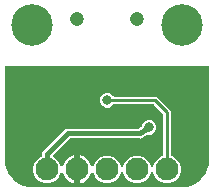
<source format=gbr>
G04 EAGLE Gerber RS-274X export*
G75*
%MOMM*%
%FSLAX34Y34*%
%LPD*%
%INBottom Copper*%
%IPPOS*%
%AMOC8*
5,1,8,0,0,1.08239X$1,22.5*%
G01*
%ADD10C,3.516000*%
%ADD11C,1.930400*%
%ADD12C,1.206400*%
%ADD13C,0.406400*%
%ADD14C,0.800100*%
%ADD15C,0.806400*%
%ADD16C,0.254000*%

G36*
X152422Y2543D02*
X152422Y2543D01*
X152500Y2545D01*
X155877Y2810D01*
X155945Y2824D01*
X156014Y2829D01*
X156170Y2869D01*
X162594Y4956D01*
X162701Y5006D01*
X162812Y5050D01*
X162863Y5083D01*
X162882Y5091D01*
X162897Y5104D01*
X162948Y5136D01*
X168412Y9107D01*
X168499Y9188D01*
X168546Y9227D01*
X168552Y9231D01*
X168553Y9232D01*
X168591Y9264D01*
X168629Y9310D01*
X168644Y9324D01*
X168655Y9342D01*
X168693Y9388D01*
X172664Y14852D01*
X172721Y14956D01*
X172785Y15056D01*
X172807Y15113D01*
X172817Y15131D01*
X172822Y15151D01*
X172844Y15206D01*
X174931Y21630D01*
X174944Y21698D01*
X174967Y21764D01*
X174990Y21923D01*
X175255Y25300D01*
X175255Y25304D01*
X175256Y25307D01*
X175255Y25326D01*
X175259Y25400D01*
X175259Y104140D01*
X175244Y104258D01*
X175237Y104377D01*
X175224Y104415D01*
X175219Y104456D01*
X175176Y104566D01*
X175139Y104679D01*
X175117Y104714D01*
X175102Y104751D01*
X175033Y104847D01*
X174969Y104948D01*
X174939Y104976D01*
X174916Y105009D01*
X174824Y105085D01*
X174737Y105166D01*
X174702Y105186D01*
X174671Y105211D01*
X174563Y105262D01*
X174459Y105320D01*
X174419Y105330D01*
X174383Y105347D01*
X174266Y105369D01*
X174151Y105399D01*
X174091Y105403D01*
X174071Y105407D01*
X174050Y105405D01*
X173990Y105409D01*
X3810Y105409D01*
X3692Y105394D01*
X3573Y105387D01*
X3535Y105374D01*
X3494Y105369D01*
X3384Y105326D01*
X3271Y105289D01*
X3236Y105267D01*
X3199Y105252D01*
X3103Y105183D01*
X3002Y105119D01*
X2974Y105089D01*
X2941Y105066D01*
X2865Y104974D01*
X2784Y104887D01*
X2764Y104852D01*
X2739Y104821D01*
X2688Y104713D01*
X2630Y104609D01*
X2620Y104569D01*
X2603Y104533D01*
X2581Y104416D01*
X2551Y104301D01*
X2547Y104241D01*
X2543Y104221D01*
X2545Y104200D01*
X2541Y104140D01*
X2541Y25400D01*
X2543Y25378D01*
X2545Y25300D01*
X2810Y21923D01*
X2824Y21855D01*
X2829Y21786D01*
X2869Y21630D01*
X4956Y15206D01*
X5006Y15099D01*
X5050Y14988D01*
X5083Y14937D01*
X5091Y14918D01*
X5104Y14903D01*
X5136Y14852D01*
X9107Y9388D01*
X9127Y9366D01*
X9138Y9348D01*
X9184Y9305D01*
X9188Y9301D01*
X9264Y9209D01*
X9310Y9171D01*
X9324Y9156D01*
X9342Y9145D01*
X9388Y9107D01*
X14596Y5322D01*
X14852Y5136D01*
X14956Y5079D01*
X15056Y5015D01*
X15113Y4993D01*
X15131Y4983D01*
X15151Y4978D01*
X15206Y4956D01*
X21630Y2869D01*
X21698Y2856D01*
X21764Y2833D01*
X21923Y2810D01*
X25300Y2545D01*
X25322Y2546D01*
X25400Y2541D01*
X152400Y2541D01*
X152422Y2543D01*
G37*
%LPC*%
G36*
X65999Y16550D02*
X65999Y16550D01*
X65984Y16668D01*
X65977Y16787D01*
X65964Y16825D01*
X65959Y16865D01*
X65916Y16976D01*
X65879Y17089D01*
X65857Y17123D01*
X65842Y17161D01*
X65773Y17257D01*
X65709Y17358D01*
X65679Y17386D01*
X65656Y17418D01*
X65564Y17494D01*
X65477Y17576D01*
X65442Y17595D01*
X65411Y17621D01*
X65303Y17672D01*
X65199Y17729D01*
X65159Y17739D01*
X65123Y17757D01*
X65016Y17777D01*
X65046Y17781D01*
X65156Y17825D01*
X65269Y17861D01*
X65304Y17883D01*
X65341Y17898D01*
X65437Y17968D01*
X65538Y18031D01*
X65566Y18061D01*
X65599Y18085D01*
X65675Y18176D01*
X65756Y18263D01*
X65776Y18298D01*
X65801Y18330D01*
X65852Y18437D01*
X65910Y18542D01*
X65920Y18581D01*
X65937Y18617D01*
X65959Y18734D01*
X65989Y18850D01*
X65993Y18910D01*
X65997Y18930D01*
X65995Y18950D01*
X65996Y18956D01*
X65997Y18960D01*
X65996Y18965D01*
X65999Y19010D01*
X65999Y29729D01*
X66355Y29673D01*
X68180Y29079D01*
X69890Y28208D01*
X71443Y27080D01*
X72800Y25723D01*
X73928Y24170D01*
X74799Y22460D01*
X75227Y21144D01*
X75240Y21117D01*
X75247Y21088D01*
X75270Y21044D01*
X75271Y21040D01*
X75276Y21033D01*
X75308Y20973D01*
X75363Y20856D01*
X75382Y20833D01*
X75396Y20806D01*
X75483Y20710D01*
X75565Y20611D01*
X75590Y20593D01*
X75610Y20571D01*
X75718Y20500D01*
X75823Y20424D01*
X75850Y20413D01*
X75875Y20396D01*
X75998Y20354D01*
X76118Y20307D01*
X76148Y20303D01*
X76176Y20293D01*
X76305Y20283D01*
X76434Y20267D01*
X76463Y20270D01*
X76493Y20268D01*
X76621Y20290D01*
X76749Y20306D01*
X76777Y20317D01*
X76806Y20322D01*
X76925Y20375D01*
X77045Y20423D01*
X77069Y20441D01*
X77096Y20453D01*
X77198Y20534D01*
X77302Y20610D01*
X77321Y20633D01*
X77345Y20651D01*
X77423Y20755D01*
X77505Y20855D01*
X77518Y20882D01*
X77536Y20906D01*
X77607Y21050D01*
X78994Y24399D01*
X82281Y27686D01*
X86576Y29465D01*
X91224Y29465D01*
X95519Y27686D01*
X98806Y24399D01*
X100427Y20484D01*
X100496Y20364D01*
X100561Y20240D01*
X100575Y20226D01*
X100585Y20208D01*
X100682Y20108D01*
X100775Y20005D01*
X100792Y19994D01*
X100806Y19979D01*
X100924Y19907D01*
X101041Y19830D01*
X101060Y19824D01*
X101077Y19813D01*
X101210Y19772D01*
X101342Y19727D01*
X101362Y19726D01*
X101381Y19720D01*
X101520Y19713D01*
X101659Y19702D01*
X101679Y19705D01*
X101699Y19704D01*
X101835Y19733D01*
X101972Y19756D01*
X101990Y19765D01*
X102010Y19769D01*
X102136Y19830D01*
X102262Y19887D01*
X102278Y19900D01*
X102296Y19908D01*
X102402Y19999D01*
X102510Y20086D01*
X102523Y20102D01*
X102538Y20115D01*
X102618Y20229D01*
X102702Y20340D01*
X102714Y20365D01*
X102721Y20375D01*
X102728Y20394D01*
X102773Y20484D01*
X104394Y24399D01*
X107681Y27686D01*
X111976Y29465D01*
X116624Y29465D01*
X120919Y27686D01*
X124206Y24399D01*
X125827Y20484D01*
X125896Y20364D01*
X125961Y20240D01*
X125975Y20226D01*
X125985Y20208D01*
X126082Y20108D01*
X126175Y20005D01*
X126192Y19994D01*
X126206Y19979D01*
X126324Y19907D01*
X126441Y19830D01*
X126460Y19824D01*
X126477Y19813D01*
X126610Y19772D01*
X126742Y19727D01*
X126762Y19726D01*
X126781Y19720D01*
X126920Y19713D01*
X127059Y19702D01*
X127079Y19705D01*
X127099Y19704D01*
X127235Y19733D01*
X127372Y19756D01*
X127390Y19765D01*
X127410Y19769D01*
X127536Y19830D01*
X127662Y19887D01*
X127678Y19900D01*
X127696Y19908D01*
X127802Y19999D01*
X127910Y20086D01*
X127923Y20102D01*
X127938Y20115D01*
X128018Y20229D01*
X128102Y20340D01*
X128114Y20365D01*
X128121Y20375D01*
X128128Y20394D01*
X128173Y20484D01*
X129794Y24399D01*
X133081Y27686D01*
X135614Y28735D01*
X135639Y28750D01*
X135667Y28759D01*
X135777Y28828D01*
X135890Y28892D01*
X135911Y28913D01*
X135936Y28929D01*
X136025Y29023D01*
X136118Y29114D01*
X136134Y29139D01*
X136154Y29160D01*
X136217Y29274D01*
X136285Y29385D01*
X136293Y29413D01*
X136308Y29439D01*
X136340Y29565D01*
X136378Y29689D01*
X136380Y29718D01*
X136387Y29747D01*
X136397Y29908D01*
X136397Y64146D01*
X136385Y64244D01*
X136382Y64343D01*
X136365Y64402D01*
X136357Y64462D01*
X136321Y64554D01*
X136293Y64649D01*
X136263Y64701D01*
X136240Y64757D01*
X136182Y64837D01*
X136132Y64923D01*
X136066Y64998D01*
X136054Y65015D01*
X136044Y65023D01*
X136026Y65044D01*
X128544Y72526D01*
X128465Y72586D01*
X128393Y72654D01*
X128340Y72683D01*
X128292Y72720D01*
X128201Y72760D01*
X128115Y72808D01*
X128056Y72823D01*
X128001Y72847D01*
X127903Y72862D01*
X127807Y72887D01*
X127707Y72893D01*
X127686Y72897D01*
X127674Y72895D01*
X127646Y72897D01*
X94700Y72897D01*
X94602Y72885D01*
X94503Y72882D01*
X94444Y72865D01*
X94384Y72857D01*
X94292Y72821D01*
X94197Y72793D01*
X94145Y72763D01*
X94089Y72740D01*
X94009Y72682D01*
X93923Y72632D01*
X93848Y72566D01*
X93831Y72554D01*
X93824Y72544D01*
X93802Y72526D01*
X92335Y71059D01*
X90106Y70135D01*
X87694Y70135D01*
X85465Y71059D01*
X83759Y72765D01*
X82835Y74994D01*
X82835Y77406D01*
X83759Y79635D01*
X85465Y81341D01*
X87694Y82265D01*
X90106Y82265D01*
X92335Y81341D01*
X93802Y79874D01*
X93881Y79814D01*
X93953Y79746D01*
X94006Y79717D01*
X94054Y79680D01*
X94145Y79640D01*
X94231Y79592D01*
X94290Y79577D01*
X94345Y79553D01*
X94443Y79538D01*
X94539Y79513D01*
X94639Y79507D01*
X94660Y79503D01*
X94672Y79505D01*
X94700Y79503D01*
X130908Y79503D01*
X143003Y67408D01*
X143003Y29908D01*
X143006Y29878D01*
X143004Y29849D01*
X143026Y29721D01*
X143043Y29592D01*
X143053Y29565D01*
X143058Y29535D01*
X143112Y29417D01*
X143160Y29296D01*
X143177Y29272D01*
X143189Y29245D01*
X143270Y29144D01*
X143346Y29039D01*
X143369Y29020D01*
X143388Y28997D01*
X143491Y28919D01*
X143591Y28836D01*
X143618Y28824D01*
X143642Y28806D01*
X143786Y28735D01*
X146319Y27686D01*
X149606Y24399D01*
X151385Y20104D01*
X151385Y15456D01*
X149606Y11161D01*
X146319Y7874D01*
X142024Y6095D01*
X137376Y6095D01*
X133081Y7874D01*
X129794Y11161D01*
X128173Y15076D01*
X128104Y15197D01*
X128039Y15320D01*
X128025Y15335D01*
X128015Y15352D01*
X127918Y15452D01*
X127825Y15555D01*
X127808Y15566D01*
X127794Y15581D01*
X127675Y15653D01*
X127559Y15730D01*
X127540Y15736D01*
X127523Y15747D01*
X127390Y15788D01*
X127258Y15833D01*
X127238Y15834D01*
X127219Y15840D01*
X127080Y15847D01*
X126941Y15858D01*
X126921Y15855D01*
X126901Y15856D01*
X126765Y15827D01*
X126628Y15804D01*
X126609Y15795D01*
X126590Y15791D01*
X126464Y15730D01*
X126338Y15673D01*
X126322Y15660D01*
X126304Y15652D01*
X126198Y15561D01*
X126090Y15474D01*
X126077Y15458D01*
X126062Y15445D01*
X125982Y15331D01*
X125898Y15220D01*
X125886Y15195D01*
X125879Y15185D01*
X125872Y15166D01*
X125827Y15076D01*
X124206Y11161D01*
X120919Y7874D01*
X116624Y6095D01*
X111976Y6095D01*
X107681Y7874D01*
X104394Y11161D01*
X102773Y15076D01*
X102704Y15197D01*
X102639Y15320D01*
X102625Y15335D01*
X102615Y15352D01*
X102518Y15452D01*
X102425Y15555D01*
X102408Y15566D01*
X102394Y15581D01*
X102275Y15653D01*
X102159Y15730D01*
X102140Y15736D01*
X102123Y15747D01*
X101990Y15788D01*
X101858Y15833D01*
X101838Y15834D01*
X101819Y15840D01*
X101680Y15847D01*
X101541Y15858D01*
X101521Y15855D01*
X101501Y15856D01*
X101365Y15827D01*
X101228Y15804D01*
X101209Y15795D01*
X101190Y15791D01*
X101064Y15730D01*
X100938Y15673D01*
X100922Y15660D01*
X100904Y15652D01*
X100798Y15561D01*
X100690Y15474D01*
X100677Y15458D01*
X100662Y15445D01*
X100582Y15331D01*
X100498Y15220D01*
X100486Y15195D01*
X100479Y15185D01*
X100472Y15166D01*
X100427Y15076D01*
X98806Y11161D01*
X95519Y7874D01*
X91224Y6095D01*
X86576Y6095D01*
X82281Y7874D01*
X78994Y11161D01*
X77607Y14510D01*
X77592Y14536D01*
X77583Y14564D01*
X77514Y14674D01*
X77450Y14786D01*
X77429Y14808D01*
X77413Y14833D01*
X77318Y14922D01*
X77228Y15015D01*
X77203Y15030D01*
X77181Y15051D01*
X77067Y15113D01*
X76957Y15181D01*
X76929Y15190D01*
X76902Y15204D01*
X76777Y15236D01*
X76653Y15274D01*
X76623Y15276D01*
X76594Y15283D01*
X76465Y15283D01*
X76336Y15290D01*
X76306Y15284D01*
X76276Y15284D01*
X76151Y15251D01*
X76024Y15225D01*
X75997Y15212D01*
X75968Y15205D01*
X75855Y15143D01*
X75738Y15086D01*
X75716Y15066D01*
X75689Y15052D01*
X75595Y14963D01*
X75496Y14879D01*
X75479Y14855D01*
X75457Y14834D01*
X75388Y14725D01*
X75313Y14619D01*
X75303Y14591D01*
X75287Y14566D01*
X75227Y14416D01*
X74799Y13100D01*
X73928Y11390D01*
X72800Y9837D01*
X71443Y8480D01*
X69890Y7352D01*
X68180Y6481D01*
X66355Y5887D01*
X65999Y5831D01*
X65999Y16550D01*
G37*
%LPD*%
%LPC*%
G36*
X60645Y5887D02*
X60645Y5887D01*
X58820Y6481D01*
X57110Y7352D01*
X55557Y8480D01*
X54200Y9837D01*
X53072Y11390D01*
X52201Y13100D01*
X51773Y14416D01*
X51760Y14443D01*
X51753Y14472D01*
X51692Y14587D01*
X51637Y14704D01*
X51618Y14727D01*
X51604Y14754D01*
X51517Y14850D01*
X51435Y14949D01*
X51410Y14967D01*
X51390Y14989D01*
X51282Y15060D01*
X51177Y15136D01*
X51150Y15147D01*
X51125Y15164D01*
X51002Y15206D01*
X50882Y15253D01*
X50852Y15257D01*
X50824Y15267D01*
X50695Y15277D01*
X50566Y15293D01*
X50537Y15290D01*
X50507Y15292D01*
X50379Y15270D01*
X50251Y15254D01*
X50223Y15243D01*
X50194Y15238D01*
X50075Y15185D01*
X49955Y15137D01*
X49931Y15119D01*
X49904Y15107D01*
X49802Y15026D01*
X49698Y14950D01*
X49679Y14927D01*
X49655Y14909D01*
X49577Y14805D01*
X49495Y14705D01*
X49482Y14678D01*
X49464Y14654D01*
X49393Y14510D01*
X48006Y11161D01*
X44719Y7874D01*
X40424Y6095D01*
X35776Y6095D01*
X31481Y7874D01*
X28194Y11161D01*
X26415Y15456D01*
X26415Y20104D01*
X28194Y24399D01*
X31481Y27686D01*
X33252Y28419D01*
X33277Y28434D01*
X33305Y28443D01*
X33415Y28512D01*
X33528Y28577D01*
X33549Y28597D01*
X33574Y28613D01*
X33663Y28708D01*
X33756Y28798D01*
X33772Y28823D01*
X33792Y28845D01*
X33855Y28958D01*
X33923Y29069D01*
X33931Y29097D01*
X33946Y29123D01*
X33978Y29249D01*
X34016Y29373D01*
X34018Y29403D01*
X34025Y29431D01*
X34035Y29592D01*
X34035Y32164D01*
X54196Y52325D01*
X115225Y52325D01*
X115357Y52341D01*
X115489Y52353D01*
X115514Y52361D01*
X115541Y52365D01*
X115664Y52413D01*
X115790Y52457D01*
X115822Y52476D01*
X115836Y52482D01*
X115854Y52494D01*
X115929Y52538D01*
X117913Y53860D01*
X118014Y53948D01*
X118119Y54032D01*
X118134Y54052D01*
X118153Y54069D01*
X118230Y54179D01*
X118311Y54286D01*
X118326Y54318D01*
X118334Y54330D01*
X118342Y54350D01*
X118382Y54431D01*
X119345Y56758D01*
X121042Y58455D01*
X123260Y59373D01*
X125660Y59373D01*
X127878Y58455D01*
X129575Y56758D01*
X130493Y54540D01*
X130493Y52140D01*
X129575Y49922D01*
X127878Y48225D01*
X125660Y47307D01*
X123122Y47307D01*
X122990Y47290D01*
X122858Y47279D01*
X122833Y47270D01*
X122807Y47267D01*
X122683Y47218D01*
X122558Y47174D01*
X122525Y47155D01*
X122511Y47150D01*
X122493Y47137D01*
X122418Y47094D01*
X119534Y45171D01*
X119500Y45142D01*
X119462Y45119D01*
X119341Y45012D01*
X118524Y44195D01*
X118455Y44195D01*
X118323Y44179D01*
X118191Y44167D01*
X118166Y44159D01*
X118139Y44155D01*
X118016Y44107D01*
X117890Y44063D01*
X117858Y44044D01*
X117844Y44038D01*
X117826Y44026D01*
X117751Y43982D01*
X117694Y43944D01*
X116561Y44171D01*
X116516Y44174D01*
X116472Y44185D01*
X116312Y44195D01*
X58089Y44195D01*
X57991Y44183D01*
X57892Y44180D01*
X57834Y44163D01*
X57774Y44155D01*
X57682Y44119D01*
X57587Y44091D01*
X57535Y44061D01*
X57478Y44038D01*
X57398Y43980D01*
X57313Y43930D01*
X57237Y43864D01*
X57221Y43852D01*
X57213Y43842D01*
X57192Y43824D01*
X43471Y30102D01*
X43440Y30063D01*
X43404Y30030D01*
X43343Y29938D01*
X43276Y29851D01*
X43256Y29805D01*
X43229Y29764D01*
X43193Y29660D01*
X43149Y29559D01*
X43142Y29510D01*
X43126Y29463D01*
X43117Y29354D01*
X43100Y29245D01*
X43104Y29196D01*
X43100Y29146D01*
X43119Y29038D01*
X43129Y28929D01*
X43146Y28882D01*
X43155Y28833D01*
X43200Y28733D01*
X43237Y28629D01*
X43265Y28588D01*
X43285Y28543D01*
X43354Y28457D01*
X43416Y28366D01*
X43453Y28333D01*
X43484Y28294D01*
X43572Y28228D01*
X43654Y28156D01*
X43698Y28133D01*
X43738Y28103D01*
X43883Y28032D01*
X44719Y27686D01*
X48006Y24399D01*
X49393Y21050D01*
X49398Y21040D01*
X49399Y21040D01*
X49400Y21039D01*
X49408Y21024D01*
X49417Y20996D01*
X49486Y20886D01*
X49550Y20774D01*
X49571Y20752D01*
X49587Y20727D01*
X49682Y20638D01*
X49772Y20545D01*
X49797Y20530D01*
X49819Y20509D01*
X49933Y20447D01*
X50043Y20379D01*
X50071Y20370D01*
X50098Y20356D01*
X50223Y20324D01*
X50347Y20286D01*
X50377Y20284D01*
X50406Y20277D01*
X50535Y20277D01*
X50664Y20270D01*
X50694Y20276D01*
X50724Y20276D01*
X50849Y20309D01*
X50976Y20335D01*
X51003Y20348D01*
X51032Y20355D01*
X51145Y20417D01*
X51262Y20474D01*
X51284Y20494D01*
X51311Y20508D01*
X51405Y20597D01*
X51504Y20681D01*
X51521Y20705D01*
X51543Y20726D01*
X51612Y20835D01*
X51687Y20941D01*
X51697Y20969D01*
X51713Y20994D01*
X51773Y21144D01*
X52201Y22460D01*
X53072Y24170D01*
X54200Y25723D01*
X55557Y27080D01*
X57110Y28208D01*
X58820Y29079D01*
X60645Y29673D01*
X61001Y29729D01*
X61001Y19010D01*
X61016Y18892D01*
X61023Y18773D01*
X61035Y18735D01*
X61041Y18695D01*
X61084Y18584D01*
X61121Y18471D01*
X61143Y18437D01*
X61158Y18399D01*
X61227Y18303D01*
X61291Y18202D01*
X61321Y18174D01*
X61344Y18142D01*
X61436Y18066D01*
X61523Y17984D01*
X61558Y17965D01*
X61589Y17939D01*
X61697Y17888D01*
X61801Y17831D01*
X61841Y17821D01*
X61877Y17803D01*
X61984Y17783D01*
X61954Y17779D01*
X61844Y17735D01*
X61731Y17699D01*
X61696Y17677D01*
X61659Y17662D01*
X61562Y17592D01*
X61462Y17529D01*
X61434Y17499D01*
X61401Y17475D01*
X61325Y17384D01*
X61244Y17297D01*
X61224Y17262D01*
X61199Y17230D01*
X61148Y17123D01*
X61090Y17018D01*
X61080Y16979D01*
X61063Y16943D01*
X61041Y16826D01*
X61011Y16710D01*
X61007Y16650D01*
X61003Y16630D01*
X61005Y16610D01*
X61001Y16550D01*
X61001Y5831D01*
X60645Y5887D01*
G37*
%LPD*%
D10*
X25400Y139700D03*
X152400Y139700D03*
D11*
X38100Y17780D03*
X63500Y17780D03*
X88900Y17780D03*
X114300Y17780D03*
X139700Y17780D03*
D12*
X114300Y144780D03*
X63500Y144780D03*
D13*
X38100Y30480D02*
X38100Y17780D01*
X38100Y30480D02*
X55880Y48260D01*
X116840Y48260D01*
X124460Y53340D01*
D14*
X124460Y53340D03*
X88900Y86360D03*
D15*
X88900Y76200D03*
D16*
X129540Y76200D01*
X139700Y66040D01*
X139700Y17780D01*
M02*

</source>
